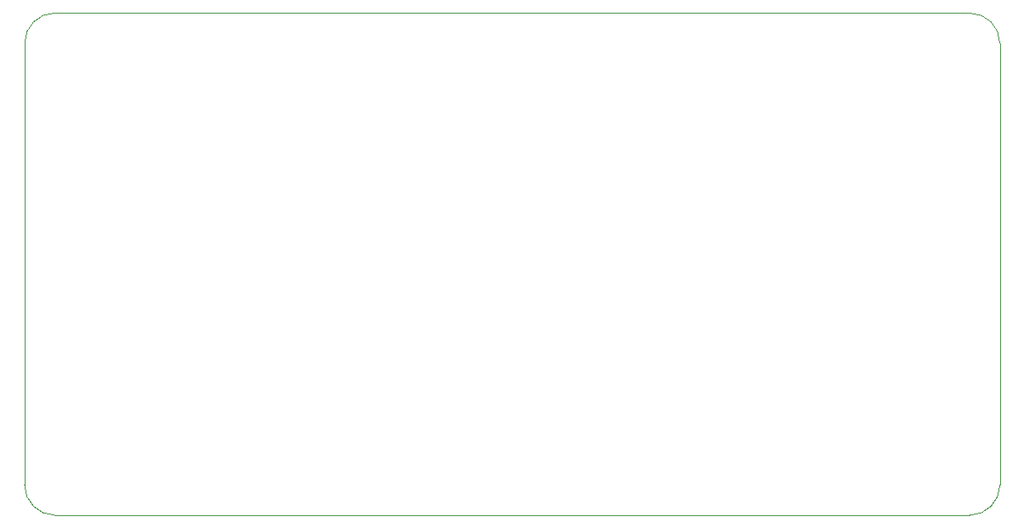
<source format=gbr>
%TF.GenerationSoftware,KiCad,Pcbnew,5.1.10*%
%TF.CreationDate,2021-07-08T20:07:14-05:00*%
%TF.ProjectId,small-paintbrush-hotswap,736d616c-6c2d-4706-9169-6e7462727573,rev?*%
%TF.SameCoordinates,Original*%
%TF.FileFunction,Profile,NP*%
%FSLAX46Y46*%
G04 Gerber Fmt 4.6, Leading zero omitted, Abs format (unit mm)*
G04 Created by KiCad (PCBNEW 5.1.10) date 2021-07-08 20:07:14*
%MOMM*%
%LPD*%
G01*
G04 APERTURE LIST*
%TA.AperFunction,Profile*%
%ADD10C,0.050000*%
%TD*%
G04 APERTURE END LIST*
D10*
X72901737Y-65599422D02*
X72901736Y-21599422D01*
X75901741Y-68599422D02*
G75*
G02*
X72901739Y-65599424I-2J3000000D01*
G01*
X166901736Y-18599422D02*
G75*
G02*
X169901739Y-21599423I1J-3000002D01*
G01*
X75901738Y-18599424D02*
X166901737Y-18599423D01*
X72901736Y-21599422D02*
G75*
G02*
X75901738Y-18599424I3000000J-2D01*
G01*
X166901732Y-68599424D02*
X75901741Y-68599422D01*
X169901737Y-65599424D02*
G75*
G02*
X166901737Y-68599420I-2999998J2D01*
G01*
X169901739Y-21599423D02*
X169901737Y-65599424D01*
M02*

</source>
